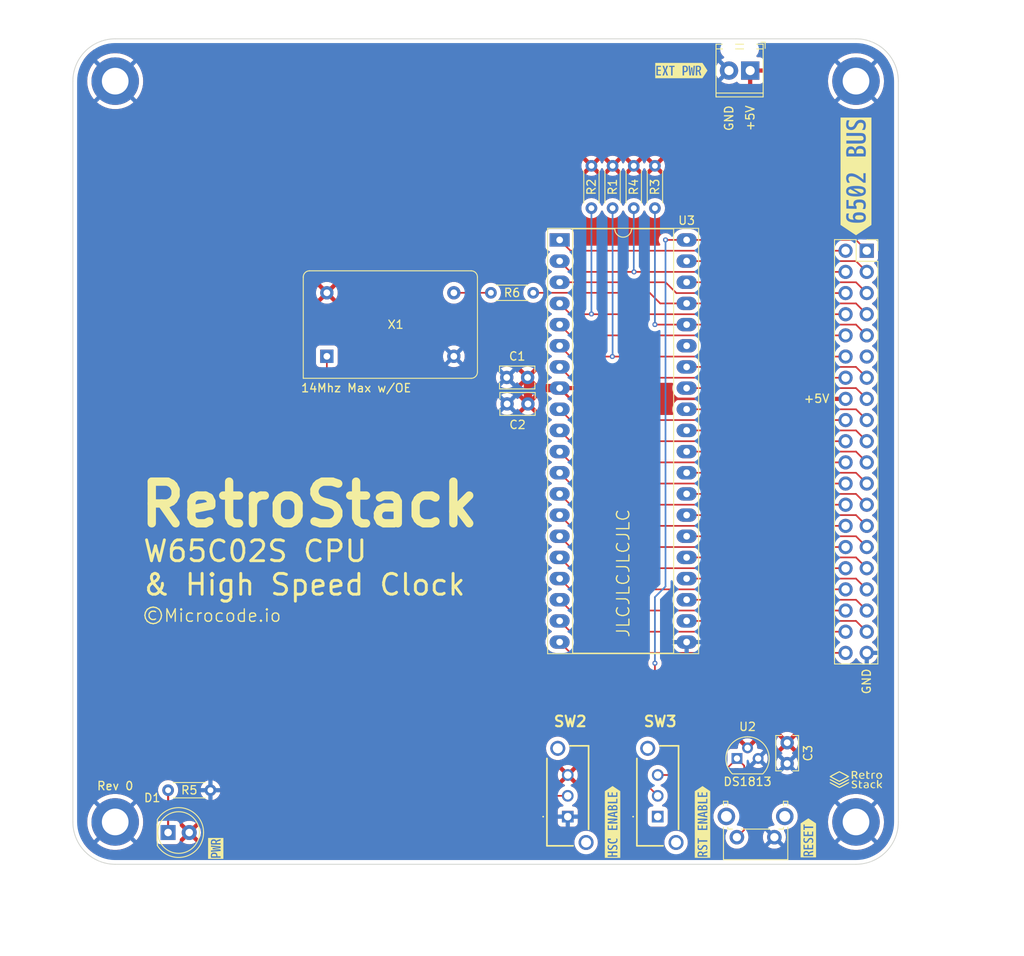
<source format=kicad_pcb>
(kicad_pcb (version 20211014) (generator pcbnew)
  (title_block (title "Retro Stack - PCB Template") (date "2023-04-01") (rev "0") (company "Microcode.io"))
  (layers (0 "F.Cu" signal) (31 "B.Cu" mixed) (34 "B.Paste" user) (35 "F.Paste" user) (36 "B.SilkS" user "B.Silkscreen") (37 "F.SilkS" user "F.Silkscreen") (38 "B.Mask" user) (39 "F.Mask" user) (44 "Edge.Cuts" user))
  (net 0 "")
  (net 1 "GND")
  (net 2 "/~{RES}")
  (net 3 "+5V")
  (net 4 "/PHI2O")
  (net 5 "/RDY")
  (net 6 "/~{SO}")
  (net 7 "/PHI1O")
  (net 8 "/PHI2")
  (net 9 "/~{IRQ}")
  (net 10 "/BE")
  (net 11 "/~{ML}")
  (net 12 "/NC")
  (net 13 "/~{NMI}")
  (net 14 "/R{slash}~{W}")
  (net 15 "/SYNC")
  (net 16 "/D0")
  (net 17 "Net-(D1-Pad1)")
  (net 18 "/D1")
  (net 19 "/A0")
  (net 20 "/D2")
  (net 21 "/A1")
  (net 22 "/D3")
  (net 23 "/A2")
  (net 24 "/D4")
  (net 25 "/A3")
  (net 26 "/D5")
  (net 27 "/A4")
  (net 28 "/D6")
  (net 29 "/A5")
  (net 30 "/D7")
  (net 31 "/A6")
  (net 32 "/A15")
  (net 33 "/A7")
  (net 34 "/A14")
  (net 35 "/A8")
  (net 36 "/A13")
  (net 37 "/A9")
  (net 38 "/A12")
  (net 39 "/A10")
  (net 40 "/A11")
  (net 41 "/~{VP}")
  (net 42 "/CXO_OUT")
  (net 43 "/~{RST}")
  (net 44 "/CXO_EN")
  (footprint "Package_TO_SOT_THT:TO-92" (layer "F.Cu") (at 181.295 124.46)
    (fp_text reference "U2" (at 1.27 -3.81) (layer "F.SilkS"))
    (fp_text value "DS1813" (at 1.27 2.79) (layer "F.SilkS"))
    (pad "1" thru_hole rect (at 0 0) (size 1.3 1.3) (drill 0.75) (layers *.Cu *.Mask) (net 43 "/~{RST}"))
    (pad "2" thru_hole circle (at 1.27 -1.27) (size 1.3 1.3) (drill 0.75) (layers *.Cu *.Mask) (net 3 "+5V"))
    (pad "3" thru_hole circle (at 2.54 0) (size 1.3 1.3) (drill 0.75) (layers *.Cu *.Mask) (net 1 "GND"))
  )
  (footprint "kibuzzard-642C36EF" (layer "F.Cu") (at 174.625 41.91)
    (fp_text reference "kibuzzard-642C36EF" hide)
    (fp_text value "G***" hide)
  )
  (footprint "kibuzzard-642C367F" (layer "F.Cu") (at 118.745 135.255 90)
    (fp_text reference "kibuzzard-642C367F" hide)
    (fp_text value "G***" hide)
  )
  (footprint "MountingHole:MountingHole_3.2mm_M3_ISO7380_Pad" (layer "F.Cu") (at 106.68 132.08)
    (fp_text reference "H4" hide)
    (fp_text value "M3" hide)
    (pad "1" thru_hole circle (at 0 0) (size 5.7 5.7) (drill 3.2) (layers *.Cu *.Mask) (net 1 "GND"))
  )
  (footprint "RetroStack:LC1258EENP1RLGR" (layer "F.Cu") (at 171.785 131.445 -90)
    (fp_text reference "SW3" (at -11.43 -0.295 180) (layer "F.SilkS") (effects (font (size 1.27 1.27) (thickness 0.254))))
    (fp_text value "SW_RST_SEL" hide)
    (pad "1" thru_hole rect (at 0 0 270) (size 1.4 1.4) (drill 0.9) (layers F&B.Cu *.Mask))
    (pad "2" thru_hole circle (at -2.5 0 270) (size 1.4 1.4) (drill 0.9) (layers F&B.Cu *.Mask) (net 2 "/~{RES}"))
    (pad "3" thru_hole circle (at -5 0 270) (size 1.4 1.4) (drill 0.9) (layers F&B.Cu *.Mask) (net 43 "/~{RST}"))
    (pad "MH1" thru_hole circle (at 3.1 -2.2 270) (size 1.8 1.8) (drill 1.2) (layers F&B.Cu *.Mask))
    (pad "MH2" thru_hole circle (at -8.2 1.2 270) (size 1.8 1.8) (drill 1.2) (layers F&B.Cu *.Mask))
  )
  (footprint "Package_DIP:DIP-40_W15.24mm_Socket_LongPads" (layer "F.Cu") (at 160.015 62.235)
    (fp_text reference "U3" (at 15.24 -2.33) (layer "F.SilkS"))
    (fp_text value "W65C02SxP")
    (pad "1" thru_hole rect (at 0 0) (size 2.4 1.6) (drill 0.8) (layers *.Cu *.Mask) (net 41 "/~{VP}"))
    (pad "2" thru_hole oval (at 0 2.54) (size 2.4 1.6) (drill 0.8) (layers *.Cu *.Mask) (net 5 "/RDY"))
    (pad "3" thru_hole oval (at 0 5.08) (size 2.4 1.6) (drill 0.8) (layers *.Cu *.Mask) (net 7 "/PHI1O"))
    (pad "4" thru_hole oval (at 0 7.62) (size 2.4 1.6) (drill 0.8) (layers *.Cu *.Mask) (net 9 "/~{IRQ}"))
    (pad "5" thru_hole oval (at 0 10.16) (size 2.4 1.6) (drill 0.8) (layers *.Cu *.Mask) (net 11 "/~{ML}"))
    (pad "6" thru_hole oval (at 0 12.7) (size 2.4 1.6) (drill 0.8) (layers *.Cu *.Mask) (net 13 "/~{NMI}"))
    (pad "7" thru_hole oval (at 0 15.24) (size 2.4 1.6) (drill 0.8) (layers *.Cu *.Mask) (net 15 "/SYNC"))
    (pad "8" thru_hole oval (at 0 17.78) (size 2.4 1.6) (drill 0.8) (layers *.Cu *.Mask) (net 3 "+5V"))
    (pad "9" thru_hole oval (at 0 20.32) (size 2.4 1.6) (drill 0.8) (layers *.Cu *.Mask) (net 19 "/A0"))
    (pad "10" thru_hole oval (at 0 22.86) (size 2.4 1.6) (drill 0.8) (layers *.Cu *.Mask) (net 21 "/A1"))
    (pad "11" thru_hole oval (at 0 25.4) (size 2.4 1.6) (drill 0.8) (layers *.Cu *.Mask) (net 23 "/A2"))
    (pad "12" thru_hole oval (at 0 27.94) (size 2.4 1.6) (drill 0.8) (layers *.Cu *.Mask) (net 25 "/A3"))
    (pad "13" thru_hole oval (at 0 30.48) (size 2.4 1.6) (drill 0.8) (layers *.Cu *.Mask) (net 27 "/A4"))
    (pad "14" thru_hole oval (at 0 33.02) (size 2.4 1.6) (drill 0.8) (layers *.Cu *.Mask) (net 29 "/A5"))
    (pad "15" thru_hole oval (at 0 35.56) (size 2.4 1.6) (drill 0.8) (layers *.Cu *.Mask) (net 31 "/A6"))
    (pad "16" thru_hole oval (at 0 38.1) (size 2.4 1.6) (drill 0.8) (layers *.Cu *.Mask) (net 33 "/A7"))
    (pad "17" thru_hole oval (at 0 40.64) (size 2.4 1.6) (drill 0.8) (layers *.Cu *.Mask) (net 35 "/A8"))
    (pad "18" thru_hole oval (at 0 43.18) (size 2.4 1.6) (drill 0.8) (layers *.Cu *.Mask) (net 37 "/A9"))
    (pad "19" thru_hole oval (at 0 45.72) (size 2.4 1.6) (drill 0.8) (layers *.Cu *.Mask) (net 39 "/A10"))
    (pad "20" thru_hole oval (at 0 48.26) (size 2.4 1.6) (drill 0.8) (layers *.Cu *.Mask) (net 40 "/A11"))
    (pad "21" thru_hole oval (at 15.24 48.26) (size 2.4 1.6) (drill 0.8) (layers *.Cu *.Mask) (net 1 "GND"))
    (pad "22" thru_hole oval (at 15.24 45.72) (size 2.4 1.6) (drill 0.8) (layers *.Cu *.Mask) (net 38 "/A12"))
    (pad "23" thru_hole oval (at 15.24 43.18) (size 2.4 1.6) (drill 0.8) (layers *.Cu *.Mask) (net 36 "/A13"))
    (pad "24" thru_hole oval (at 15.24 40.64) (size 2.4 1.6) (drill 0.8) (layers *.Cu *.Mask) (net 34 "/A14"))
    (pad "25" thru_hole oval (at 15.24 38.1) (size 2.4 1.6) (drill 0.8) (layers *.Cu *.Mask) (net 32 "/A15"))
    (pad "26" thru_hole oval (at 15.24 35.56) (size 2.4 1.6) (drill 0.8) (layers *.Cu *.Mask) (net 30 "/D7"))
    (pad "27" thru_hole oval (at 15.24 33.02) (size 2.4 1.6) (drill 0.8) (layers *.Cu *.Mask) (net 28 "/D6"))
    (pad "28" thru_hole oval (at 15.24 30.48) (size 2.4 1.6) (drill 0.8) (layers *.Cu *.Mask) (net 26 "/D5"))
    (pad "29" thru_hole oval (at 15.24 27.94) (size 2.4 1.6) (drill 0.8) (layers *.Cu *.Mask) (net 24 "/D4"))
    (pad "30" thru_hole oval (at 15.24 25.4) (size 2.4 1.6) (drill 0.8) (layers *.Cu *.Mask) (net 22 "/D3"))
    (pad "31" thru_hole oval (at 15.24 22.86) (size 2.4 1.6) (drill 0.8) (layers *.Cu *.Mask) (net 20 "/D2"))
    (pad "32" thru_hole oval (at 15.24 20.32) (size 2.4 1.6) (drill 0.8) (layers *.Cu *.Mask) (net 18 "/D1"))
    (pad "33" thru_hole oval (at 15.24 17.78) (size 2.4 1.6) (drill 0.8) (layers *.Cu *.Mask) (net 16 "/D0"))
    (pad "34" thru_hole oval (at 15.24 15.24) (size 2.4 1.6) (drill 0.8) (layers *.Cu *.Mask) (net 14 "/R{slash}~{W}"))
    (pad "35" thru_hole oval (at 15.24 12.7) (size 2.4 1.6) (drill 0.8) (layers *.Cu *.Mask))
    (pad "36" thru_hole oval (at 15.24 10.16) (size 2.4 1.6) (drill 0.8) (layers *.Cu *.Mask) (net 10 "/BE"))
    (pad "37" thru_hole oval (at 15.24 7.62) (size 2.4 1.6) (drill 0.8) (layers *.Cu *.Mask) (net 8 "/PHI2"))
    (pad "38" thru_hole oval (at 15.24 5.08) (size 2.4 1.6) (drill 0.8) (layers *.Cu *.Mask) (net 6 "/~{SO}"))
    (pad "39" thru_hole oval (at 15.24 2.54) (size 2.4 1.6) (drill 0.8) (layers *.Cu *.Mask) (net 4 "/PHI2O"))
    (pad "40" thru_hole oval (at 15.24 0) (size 2.4 1.6) (drill 0.8) (layers *.Cu *.Mask) (net 2 "/~{RES}"))
  )
  (footprint "MountingHole:MountingHole_3.2mm_M3_ISO7380_Pad" (layer "F.Cu") (at 106.68 43.18)
    (fp_text reference "H1" hide)
    (fp_text value "M3" hide)
    (pad "1" thru_hole circle (at 0 0) (size 5.7 5.7) (drill 3.2) (layers *.Cu *.Mask) (net 1 "GND"))
  )
  (footprint "RetroStack:RetroStackFullLogo13x10mm" (layer "F.Cu") (at 195.58 127)
    (fp_text reference "G***" hide)
    (fp_text value "LOGO" hide)
  )
  (footprint "Capacitor_THT:C_Rect_L4.0mm_W2.5mm_P2.50mm" (layer "F.Cu") (at 187.32 122.575 -90)
    (fp_text reference "C3" (at 1.25 -2.5 90) (layer "F.SilkS"))
    (fp_text value "0u1")
    (pad "1" thru_hole circle (at 0 0 270) (size 1.6 1.6) (drill 0.8) (layers *.Cu *.Mask) (net 3 "+5V"))
    (pad "2" thru_hole circle (at 2.5 0 270) (size 1.6 1.6) (drill 0.8) (layers *.Cu *.Mask) (net 1 "GND"))
  )
  (footprint "kibuzzard-642C33B0" (layer "F.Cu") (at 166.365 132.08 90)
    (fp_text reference "kibuzzard-642C33B0" hide)
    (fp_text value "G***" hide)
  )
  (footprint "Resistor_THT:R_Axial_DIN0204_L3.6mm_D1.6mm_P5.08mm_Horizontal" (layer "F.Cu") (at 171.45 53.34 -90)
    (fp_text reference "R3" (at 2.54 0 90) (layer "F.SilkS"))
    (fp_text value "3k3")
    (pad "1" thru_hole circle (at 0 0 270) (size 1.4 1.4) (drill 0.7) (layers *.Cu *.Mask) (net 3 "+5V"))
    (pad "2" thru_hole oval (at 5.08 0 270) (size 1.4 1.4) (drill 0.7) (layers *.Cu *.Mask) (net 10 "/BE"))
  )
  (footprint "TerminalBlock_Phoenix:TerminalBlock_Phoenix_MPT-0,5-2-2.54_1x02_P2.54mm_Horizontal" (layer "F.Cu") (at 182.88 41.91 180)
    (fp_text reference "J2" hide)
    (fp_text value "TRM_PWR")
    (pad "" np_thru_hole circle (at 0 2.54 180) (size 1.1 1.1) (drill 1.1) (layers *.Cu *.Mask))
    (pad "" np_thru_hole circle (at 2.54 2.54 180) (size 1.1 1.1) (drill 1.1) (layers *.Cu *.Mask))
    (pad "1" thru_hole rect (at 0 0 180) (size 2.2 2.2) (drill 1.1) (layers *.Cu *.Mask) (net 3 "+5V"))
    (pad "2" thru_hole circle (at 2.54 0 180) (size 2.2 2.2) (drill 1.1) (layers *.Cu *.Mask) (net 1 "GND"))
  )
  (footprint "Resistor_THT:R_Axial_DIN0204_L3.6mm_D1.6mm_P5.08mm_Horizontal" (layer "F.Cu") (at 163.83 53.34 -90)
    (fp_text reference "R2" (at 2.54 0 90) (layer "F.SilkS"))
    (fp_text value "3k3")
    (pad "1" thru_hole circle (at 0 0 270) (size 1.4 1.4) (drill 0.7) (layers *.Cu *.Mask) (net 3 "+5V"))
    (pad "2" thru_hole oval (at 5.08 0 270) (size 1.4 1.4) (drill 0.7) (layers *.Cu *.Mask) (net 9 "/~{IRQ}"))
  )
  (footprint "kibuzzard-642888DE" (layer "F.Cu") (at 195.58 54.61 90)
    (fp_text reference "kibuzzard-642888DE" hide)
    (fp_text value "G***" hide)
  )
  (footprint "Capacitor_THT:C_Rect_L4.0mm_W2.5mm_P2.50mm" (layer "F.Cu") (at 156.21 81.915 180)
    (fp_text reference "C2" (at 1.25 -2.5) (layer "F.SilkS"))
    (fp_text value "0u1")
    (pad "1" thru_hole circle (at 0 0 180) (size 1.6 1.6) (drill 0.8) (layers *.Cu *.Mask) (net 3 "+5V"))
    (pad "2" thru_hole circle (at 2.5 0 180) (size 1.6 1.6) (drill 0.8) (layers *.Cu *.Mask) (net 1 "GND"))
  )
  (footprint "MountingHole:MountingHole_3.2mm_M3_ISO7380_Pad" (layer "F.Cu") (at 195.58 43.18)
    (fp_text reference "H2" hide)
    (fp_text value "M3" hide)
    (pad "1" thru_hole circle (at 0 0) (size 5.7 5.7) (drill 3.2) (layers *.Cu *.Mask) (net 1 "GND"))
  )
  (footprint "kibuzzard-642C3375" (layer "F.Cu") (at 189.86 133.985 90)
    (fp_text reference "kibuzzard-642C3375" hide)
    (fp_text value "G***" hide)
  )
  (footprint "RetroStack:LC1258EENP1RLGR" (layer "F.Cu") (at 160.99 131.445 -90)
    (fp_text reference "SW2" (at -11.43 -0.295 180) (layer "F.SilkS") (effects (font (size 1.27 1.27) (thickness 0.254))))
    (fp_text value "SW_CLK_EN" hide)
    (pad "1" thru_hole rect (at 0 0 270) (size 1.4 1.4) (drill 0.9) (layers *.Cu *.Mask) (net 1 "GND"))
    (pad "2" thru_hole circle (at -2.5 0 270) (size 1.4 1.4) (drill 0.9) (layers *.Cu *.Mask) (net 44 "/CXO_EN"))
    (pad "3" thru_hole circle (at -5 0 270) (size 1.4 1.4) (drill 0.9) (layers *.Cu *.Mask) (net 3 "+5V"))
    (pad "MH1" thru_hole circle (at 3.1 -2.2 270) (size 1.8 1.8) (drill 1.2) (layers *.Cu *.Mask))
    (pad "MH2" thru_hole circle (at -8.2 1.2 270) (size 1.8 1.8) (drill 1.2) (layers *.Cu *.Mask))
  )
  (footprint "Connector_PinSocket_2.54mm:PinSocket_2x20_P2.54mm_Vertical" (layer "F.Cu") (at 196.87 63.53)
    (fp_text reference "J1" hide)
    (fp_text value "BUS_6502")
    (pad "1" thru_hole rect (at 0 0) (size 1.7 1.7) (drill 1) (layers *.Cu *.Mask) (net 2 "/~{RES}"))
    (pad "2" thru_hole oval (at -2.54 0) (size 1.7 1.7) (drill 1) (layers *.Cu *.Mask) (net 41 "/~{VP}"))
    (pad "3" thru_hole oval (at 0 2.54) (size 1.7 1.7) (drill 1) (layers *.Cu *.Mask) (net 4 "/PHI2O"))
    (pad "4" thru_hole oval (at -2.54 2.54) (size 1.7 1.7) (drill 1) (layers *.Cu *.Mask) (net 5 "/RDY"))
    (pad "5" thru_hole oval (at 0 5.08) (size 1.7 1.7) (drill 1) (layers *.Cu *.Mask) (net 6 "/~{SO}"))
    (pad "6" thru_hole oval (at -2.54 5.08) (size 1.7 1.7) (drill 1) (layers *.Cu *.Mask) (net 7 "/PHI1O"))
    (pad "7" thru_hole oval (at 0 7.62) (size 1.7 1.7) (drill 1) (layers *.Cu *.Mask) (net 8 "/PHI2"))
    (pad "8" thru_hole oval (at -2.54 7.62) (size 1.7 1.7) (drill 1) (layers *.Cu *.Mask) (net 9 "/~{IRQ}"))
    (pad "9" thru_hole oval (at 0 10.16) (size 1.7 1.7) (drill 1) (layers *.Cu *.Mask) (net 10 "/BE"))
    (pad "10" thru_hole oval (at -2.54 10.16) (size 1.7 1.7) (drill 1) (layers *.Cu *.Mask) (net 11 "/~{ML}"))
    (pad "11" thru_hole oval (at 0 12.7) (size 1.7 1.7) (drill 1) (layers *.Cu *.Mask) (net 12 "/NC"))
    (pad "12" thru_hole oval (at -2.54 12.7) (size 1.7 1.7) (drill 1) (layers *.Cu *.Mask) (net 13 "/~{NMI}"))
    (pad "13" thru_hole oval (at 0 15.24) (size 1.7 1.7) (drill 1) (layers *.Cu *.Mask) (net 14 "/R{slash}~{W}"))
    (pad "14" thru_hole oval (at -2.54 15.24) (size 1.7 1.7) (drill 1) (layers *.Cu *.Mask) (net 15 "/SYNC"))
    (pad "15" thru_hole oval (at 0 17.78) (size 1.7 1.7) (drill 1) (layers *.Cu *.Mask) (net 16 "/D0"))
    (pad "16" thru_hole oval (at -2.54 17.78) (size 1.7 1.7) (drill 1) (layers *.Cu *.Mask) (net 3 "+5V"))
    (pad "17" thru_hole oval (at 0 20.32) (size 1.7 1.7) (drill 1) (layers *.Cu *.Mask) (net 18 "/D1"))
    (pad "18" thru_hole oval (at -2.54 20.32) (size 1.7 1.7) (drill 1) (layers *.Cu *.Mask) (net 19 "/A0"))
    (pad "19" thru_hole oval (at 0 22.86) (size 1.7 1.7) (drill 1) (layers *.Cu *.Mask) (net 20 "/D2"))
    (pad "20" thru_hole oval (at -2.54 22.86) (size 1.7 1.7) (drill 1) (layers *.Cu *.Mask) (net 21 "/A1"))
    (pad "21" thru_hole oval (at 0 25.4) (size 1.7 1.7) (drill 1) (layers *.Cu *.Mask) (net 22 "/D3"))
    (pad "22" thru_hole oval (at -2.54 25.4) (size 1.7 1.7) (drill 1) (layers *.Cu *.Mask) (net 23 "/A2"))
    (pad "23" thru_hole oval (at 0 27.94) (size 1.7 1.7) (drill 1) (layers *.Cu *.Mask) (net 24 "/D4"))
    (pad "24" thru_hole oval (at -2.54 27.94) (size 1.7 1.7) (drill 1) (layers *.Cu *.Mask) (net 25 "/A3"))
    (pad "25" thru_hole oval (at 0 30.48) (size 1.7 1.7) (drill 1) (layers *.Cu *.Mask) (net 26 "/D5"))
    (pad "26" thru_hole oval (at -2.54 30.48) (size 1.7 1.7) (drill 1) (layers *.Cu *.Mask) (net 27 "/A4"))
    (pad "27" thru_hole oval (at 0 33.02) (size 1.7 1.7) (drill 1) (layers *.Cu *.Mask) (net 28 "/D6"))
    (pad "28" thru_hole oval (at -2.54 33.02) (size 1.7 1.7) (drill 1) (layers *.Cu *.Mask) (net 29 "/A5"))
    (pad "29" thru_hole oval (at 0 35.56) (size 1.7 1.7) (drill 1) (layers *.Cu *.Mask) (net 30 "/D7"))
    (pad "30" thru_hole oval (at -2.54 35.56) (size 1.7 1.7) (drill 1) (layers *.Cu *.Mask) (net 31 "/A6"))
    (pad "31" thru_hole oval (at 0 38.1) (size 1.7 1.7) (drill 1) (layers *.Cu *.Mask) (net 32 "/A15"))
    (pad "32" thru_hole oval (at -2.54 38.1) (size 1.7 1.7) (drill 1) (layers *.Cu *.Mask) (net 33 "/A7"))
    (pad "33" thru_hole oval (at 0 40.64) (size 1.7 1.7) (drill 1) (layers *.Cu *.Mask) (net 34 "/A14"))
    (pad "34" thru_hole oval (at -2.54 40.64) (size 1.7 1.7) (drill 1) (layers *.Cu *.Mask) (net 35 "/A8"))
    (pad "35" thru_hole oval (at 0 43.18) (size 1.7 1.7) (drill 1) (layers *.Cu *.Mask) (net 36 "/A13"))
    (pad "36" thru_hole oval (at -2.54 43.18) (size 1.7 1.7) (drill 1) (layers *.Cu *.Mask) (net 37 "/A9"))
    (pad "37" thru_hole oval (at 0 45.72) (size 1.7 1.7) (drill 1) (layers *.Cu *.Mask) (net 38 "/A12"))
    (pad "38" thru_hole oval (at -2.54 45.72) (size 1.7 1.7) (drill 1) (layers *.Cu *.Mask) (net 39 "/A10"))
    (pad "39" thru_hole oval (at 0 48.26) (size 1.7 1.7) (drill 1) (layers *.Cu *.Mask) (net 1 "GND"))
    (pad "40" thru_hole oval (at -2.54 48.26) (size 1.7 1.7) (drill 1) (layers *.Cu *.Mask) (net 40 "/A11"))
  )
  (footprint "Resistor_THT:R_Axial_DIN0204_L3.6mm_D1.6mm_P5.08mm_Horizontal" (layer "F.Cu") (at 166.37 53.34 -90)
    (fp_text reference "R1" (at 2.54 0 90) (layer "F.SilkS"))
    (fp_text value "3k3")
    (pad "1" thru_hole circle (at 0 0 270) (size 1.4 1.4) (drill 0.7) (layers *.Cu *.Mask) (net 3 "+5V"))
    (pad "2" thru_hole oval (at 5.08 0 270) (size 1.4 1.4) (drill 0.7) (layers *.Cu *.Mask) (net 13 "/~{NMI}"))
  )
  (footprint "Resistor_THT:R_Axial_DIN0204_L3.6mm_D1.6mm_P5.08mm_Horizontal" (layer "F.Cu") (at 168.91 53.34 -90)
    (fp_text reference "R4" (at 2.54 0 90) (layer "F.SilkS"))
    (fp_text value "3k3")
    (pad "1" thru_hole circle (at 0 0 270) (size 1.4 1.4) (drill 0.7) (layers *.Cu *.Mask) (net 3 "+5V"))
    (pad "2" thru_hole oval (at 5.08 0 270) (size 1.4 1.4) (drill 0.7) (layers *.Cu *.Mask) (net 5 "/RDY"))
  )
  (footprint "Resistor_THT:R_Axial_DIN0204_L3.6mm_D1.6mm_P5.08mm_Horizontal" (layer "F.Cu") (at 151.765 68.58)
    (fp_text reference "R6" (at 2.54 0) (layer "F.SilkS"))
    (fp_text value "33")
    (pad "1" thru_hole circle (at 0 0) (size 1.4 1.4) (drill 0.7) (layers *.Cu *.Mask) (net 42 "/CXO_OUT"))
    (pad "2" thru_hole oval (at 5.08 0) (size 1.4 1.4) (drill 0.7) (layers *.Cu *.Mask) (net 8 "/PHI2"))
  )
  (footprint "LED_THT:LED_D5.0mm" (layer "F.Cu") (at 113.025 133.35)
    (fp_text reference "D1" (at -1.9 -4.16) (layer "F.SilkS"))
    (fp_text value "LED_PWR")
    (pad "1" thru_hole rect (at 0 0) (size 1.8 1.8) (drill 0.9) (layers *.Cu *.Mask) (net 17 "Net-(D1-Pad1)"))
    (pad "2" thru_hole circle (at 2.54 0) (size 1.8 1.8) (drill 0.9) (layers *.Cu *.Mask) (net 3 "+5V"))
  )
  (footprint "kibuzzard-642C3403" (layer "F.Cu") (at 177.16 132.08 90)
    (fp_text reference "kibuzzard-642C3403" hide)
    (fp_text value "G***" hide)
  )
  (footprint "MountingHole:MountingHole_3.2mm_M3_ISO7380_Pad" (layer "F.Cu") (at 195.58 132.08)
    (fp_text reference "H3" hide)
    (fp_text value "M3" hide)
    (pad "1" thru_hole circle (at 0 0) (size 5.7 5.7) (drill 3.2) (layers *.Cu *.Mask) (net 1 "GND"))
  )
  (footprint "Button_Switch_THT:SW_Tactile_SPST_Angled_PTS645Vx58-2LFS" (layer "F.Cu") (at 185.785 133.9075 180)
    (fp_text reference "SW1" hide)
    (fp_text value "SW_RESET")
    (pad "" thru_hole circle (at 5.76 2.49 180) (size 2.1 2.1) (drill 1.3) (layers *.Cu *.Mask))
    (pad "" thru_hole circle (at -1.25 2.49 180) (size 2.1 2.1) (drill 1.3) (layers *.Cu *.Mask))
    (pad "1" thru_hole circle (at 0 0 180) (size 1.75 1.75) (drill 0.99) (layers *.Cu *.Mask) (net 1 "GND"))
    (pad "2" thru_hole circle (at 4.5 0 180) (size 1.75 1.75) (drill 0.99) (layers *.Cu *.Mask) (net 43 "/~{RST}"))
  )
  (footprint "Resistor_THT:R_Axial_DIN0204_L3.6mm_D1.6mm_P5.08mm_Horizontal" (layer "F.Cu") (at 113.03 128.27)
    (fp_text reference "R5" (at 2.54 0) (layer "F.SilkS"))
    (fp_text value "1k")
    (pad "1" thru_hole circle (at 0 0) (size 1.4 1.4) (drill 0.7) (layers *.Cu *.Mask) (net 17 "Net-(D1-Pad1)"))
    (pad "2" thru_hole oval (at 5.08 0) (size 1.4 1.4) (drill 0.7) (layers *.Cu *.Mask) (net 1 "GND"))
  )
  (footprint "Capacitor_THT:C_Rect_L4.0mm_W2.5mm_P2.50mm" (layer "F.Cu") (at 156.17 78.74 180)
    (fp_text reference "C1" (at 1.25 2.54) (layer "F.SilkS"))
    (fp_text value "1u")
    (pad "1" thru_hole circle (at 0 0 180) (size 1.6 1.6) (drill 0.8) (layers *.Cu *.Mask) (net 3 "+5V"))
    (pad "2" thru_hole circle (at 2.5 0 180) (size 1.6 1.6) (drill 0.8) (layers *.Cu *.Mask) (net 1 "GND"))
  )
  (footprint "Oscillator:Oscillator_DIP-14" (layer "F.Cu") (at 132.08 76.2)
    (fp_text reference "X1" (at 8.255 -3.81) (layer "F.SilkS"))
    (fp_text value "1Mhz")
    (pad "1" thru_hole rect (at 0 0) (size 1.6 1.6) (drill 0.8) (layers *.Cu *.Mask) (net 44 "/CXO_EN"))
    (pad "7" thru_hole circle (at 15.24 0) (size 1.6 1.6) (drill 0.8) (layers *.Cu *.Mask) (net 1 "GND"))
    (pad "8" thru_hole circle (at 15.24 -7.62) (size 1.6 1.6) (drill 0.8) (layers *.Cu *.Mask) (net 42 "/CXO_OUT"))
    (pad "14" thru_hole circle (at 0 -7.62) (size 1.6 1.6) (drill 0.8) (layers *.Cu *.Mask) (net 3 "+5V"))
  )
  (gr_arc (start 101.6 43.18) (mid 103.087898 39.587898) (end 106.68 38.1) (layer "Edge.Cuts") (width 0.1))
  (gr_line (start 195.58 38.1) (end 106.68 38.1) (layer "Edge.Cuts") (width 0.1))
  (gr_arc (start 106.68 137.16) (mid 103.087898 135.672102) (end 101.6 132.08) (layer "Edge.Cuts") (width 0.1))
  (gr_line (start 106.68 137.16) (end 195.58 137.16) (layer "Edge.Cuts") (width 0.1))
  (gr_arc (start 200.66 132.08) (mid 199.172102 135.672102) (end 195.58 137.16) (layer "Edge.Cuts") (width 0.1))
  (gr_line (start 101.6 43.18) (end 101.6 132.08) (layer "Edge.Cuts") (width 0.1))
  (gr_arc (start 195.58 38.1) (mid 199.172102 39.587898) (end 200.66 43.18) (layer "Edge.Cuts") (width 0.1))
  (gr_line (start 200.66 132.08) (end 200.66 43.18) (layer "Edge.Cuts") (width 0.1))
  (gr_text "GND" (at 180.34 47.625 90) (layer "F.SilkS") (effects (font (size 1 1) (thickness 0.153))))
  (gr_text "GND" (at 196.85 116.84 90) (layer "F.SilkS") (effects (font (size 1 1) (thickness 0.153)) (justify left)))
  (gr_text "Rev 0" (at 106.68 127.762) (layer "F.SilkS") (effects (font (size 1 1) (thickness 0.153))))
  (gr_text "JLCJLCJLCJLC" (at 167.64 102.235 90) (layer "F.SilkS") (effects (font (size 1.5 1.5) (thickness 0.153))))
  (gr_text "W65C02S CPU\n& High Speed Clock" (at 109.855 101.6) (layer "F.SilkS") (effects (font (size 2.5 2.5) (thickness 0.35)) (justify left)))
  (gr_text "RetroStack" (at 109.22 93.98) (layer "F.SilkS") (effects (font (size 5 5) (thickness 1)) (justify left)))
  (gr_text "14Mhz Max w/OE" (at 128.905 80.01) (layer "F.SilkS") (effects (font (size 1 1) (thickness 0.153)) (justify left)))
  (gr_text "+5V" (at 182.88 47.625 90) (layer "F.SilkS") (effects (font (size 1 1) (thickness 0.153))))
  (gr_text "©Microcode.io" (at 109.855 107.315) (layer "F.SilkS") (effects (font (size 1.5 1.5) (thickness 0.153)) (justify left)))
  (gr_text "+5V" (at 189.23 81.28) (layer "F.SilkS") (effects (font (size 1 1) (thickness 0.153)) (justify left)))
  (segment (start 196.87 63.53) (end 195.575 62.235) (width 0.2) (layer "F.Cu") (net 2))
  (segment (start 195.575 62.235) (end 175.255 62.235) (width 0.2) (layer "F.Cu") (net 2))
  (segment (start 172.725 62.235) (end 175.255 62.235) (width 0.2) (layer "F.Cu") (net 2))
  (segment (start 171.45 114.3) (end 168.91 116.84) (width 0.2) (layer "F.Cu") (net 2))
  (segment (start 168.91 126.07) (end 171.785 128.945) (width 0.2) (layer "F.Cu") (net 2))
  (segment (start 171.45 113.03) (end 171.45 114.3) (width 0.2) (layer "F.Cu") (net 2))
  (segment (start 172.72 62.23) (end 172.725 62.235) (width 0.2) (layer "F.Cu") (net 2))
  (segment (start 168.91 116.84) (end 168.91 126.07) (width 0.2) (layer "F.Cu") (net 2))
  (via (at 172.72 62.23) (size 0.6) (drill 0.3) (layers "F.Cu" "B.Cu") (net 2))
  (via (at 171.45 113.03) (size 0.6) (drill 0.3) (layers "F.Cu" "B.Cu") (net 2))
  (segment (start 171.45 105.0925) (end 172.72 103.8225) (width 0.2) (layer "B.Cu") (net 2))
  (segment (start 171.45 113.03) (end 171.45 105.0925) (width 0.2) (layer "B.Cu") (net 2))
  (segment (start 172.72 103.8225) (end 172.72 62.23) (width 0.2) (layer "B.Cu") (net 2))
  (segment (start 156.21 78.78) (end 156.17 78.74) (width 1) (layer "F.Cu") (net 3))
  (segment (start 161.31 81.31) (end 160.015 80.015) (width 0.3) (layer "F.Cu") (net 3))
  (segment (start 194.33 81.31) (end 161.31 81.31) (width 0.3) (layer "F.Cu") (net 3))
  (segment (start 160.015 80.015) (end 156.84 80.015) (width 1) (layer "F.Cu") (net 3))
  (segment (start 156.21 81.915) (end 156.21 80.645) (width 1) (layer "F.Cu") (net 3))
  (segment (start 156.21 80.645) (end 156.21 78.78) (width 1) (layer "F.Cu") (net 3))
  (segment (start 156.84 80.015) (end 156.21 80.645) (width 1) (layer "F.Cu") (net 3))
  (segment (start 195.575 64.775) (end 175.255 64.775) (width 0.2) (layer "F.Cu") (net 4))
  (segment (start 196.87 66.07) (end 195.575 64.775) (width 0.2) (layer "F.Cu") (net 4))
  (segment (start 194.33 66.07) (end 168.94 66.07) (width 0.2) (layer "F.Cu") (net 5))
  (segment (start 168.94 66.07) (end 161.31 66.07) (width 0.2) (layer "F.Cu") (net 5))
  (segment (start 161.31 66.07) (end 160.015 64.775) (width 0.2) (layer "F.Cu") (net 5))
  (via (at 168.94 66.07) (size 0.6) (drill 0.3) (layers "F.Cu" "B.Cu") (net 5))
  (segment (start 168.91 66.04) (end 168.94 66.07) (width 0.2) (layer "B.Cu") (net 5))
  (segment (start 168.91 58.42) (end 168.91 66.04) (width 0.2) (layer "B.Cu") (net 5))
  (segment (start 196.87 68.61) (end 195.575 67.315) (width 0.2) (layer "F.Cu") (net 6))
  (segment (start 195.575 67.315) (end 175.255 67.315) (width 0.2) (layer "F.Cu") (net 6))
  (segment (start 174.02 68.61) (end 172.72 67.31) (width 0.2) (layer "F.Cu") (net 7))
  (segment (start 194.33 68.61) (end 174.02 68.61) (width 0.2) (layer "F.Cu") (net 7))
  (segment (start 172.72 67.31) (end 172.715 67.315) (width 0.2) (layer "F.Cu") (net 7))
  (segment (start 172.715 67.315) (end 160.015 67.315) (width 0.2) (layer "F.Cu") (net 7))
  (segment (start 170.815 68.58) (end 172.09 69.855) (width 0.2) (layer "F.Cu") (net 8))
  (segment (start 156.845 68.58) (end 170.815 68.58) (width 0.2) (layer "F.Cu") (net 8))
  (segment (start 196.87 71.15) (end 195.575 69.855) (width 0.2) (layer "F.Cu") (net 8))
  (segment (start 195.575 69.855) (end 175.255 69.855) (width 0.2) (layer "F.Cu") (net 8))
  (segment (start 172.09 69.855) (end 175.255 69.855) (width 0.2) (layer "F.Cu") (net 8))
  (segment (start 194.33 71.15) (end 161.31 71.15) (width 0.2) (layer "F.Cu") (net 9))
  (segment (start 161.31 71.15) (end 160.015 69.855) (width 0.2) (layer "F.Cu") (net 9))
  (via (at 163.83 71.12) (size 0.6) (drill 0.3) (layers "F.Cu" "B.Cu") (net 9))
  (segment (start 163.83 58.42) (end 163.83 71.12) (width 0.2) (layer "B.Cu") (net 9))
  (segment (start 195.575 72.395) (end 175.255 72.395) (width 0.2) (layer "F.Cu") (net 10))
  (segment (start 171.455 72.395) (end 175.255 72.395) (width 0.2) (layer "F.Cu") (net 10))
  (segment (start 196.87 73.69) (end 195.575 72.395) (width 0.2) (layer "F.Cu") (net 10))
  (segment (start 171.45 72.39) (end 171.455 72.395) (width 0.2) (layer "F.Cu") (net 10))
  (via (at 171.45 72.39) (size 0.6) (drill 0.3) (layers "F.Cu" "B.Cu") (net 10))
  (segment (start 171.45 58.42) (end 171.45 72.39) (width 0.2) (layer "B.Cu") (net 10))
  (segment (start 161.31 73.69) (end 160.015 72.395) (width 0.2) (layer "F.Cu") (net 11))
  (segment (start 194.33 73.69) (end 161.31 73.69) (width 0.2) (layer "F.Cu") (net 11))
  (segment (start 194.33 76.23) (end 166.34 76.23) (width 0.2) (layer "F.Cu") (net 13))
  (segment (start 161.31 76.23) (end 160.015 74.935) (width 0.2) (layer "F.Cu") (net 13))
  (segment (start 166.34 76.23) (end 161.31 76.23) (width 0.2) (layer "F.Cu") (net 13))
  (via (at 166.34 76.23) (size 0.6) (drill 0.3) (layers "F.Cu" "B.Cu") (net 13))
  (segment (start 166.37 76.2) (end 166.34 76.23) (width 0.2) (layer "B.Cu") (net 13))
  (segment (start 166.37 58.42) (end 166.37 76.2) (width 0.2) (layer "B.Cu") (net 13))
  (segment (start 196.87 78.77) (end 195.575 77.475) (width 0.2) (layer "F.Cu") (net 14))
  (segment (start 195.575 77.475) (end 175.255 77.475) (width 0.2) (layer "F.Cu") (net 14))
  (segment (start 161.31 78.77) (end 160.015 77.475) (width 0.2) (layer "F.Cu") (net 15))
  (segment (start 194.33 78.77) (end 161.31 78.77) (width 0.2) (layer "F.Cu") (net 15))
  (segment (start 195.575 80.015) (end 175.255 80.015) (width 0.2) (layer "F.Cu") (net 16))
  (segment (start 196.87 81.31) (end 195.575 80.015) (width 0.2) (layer "F.Cu") (net 16))
  (segment (start 113.03 128.27) (end 113.03 133.345) (width 0.25) (layer "F.Cu") (net 17))
  (segment (start 113.03 133.345) (end 113.025 133.35) (width 0.25) (layer "F.Cu") (net 17))
  (segment (start 196.87 83.85) (end 195.58 82.56) (width 0.2) (layer "F.Cu") (net 18))
  (segment (start 195.58 82.56) (end 175.26 82.56) (width 0.2) (layer "F.Cu") (net 18))
  (segment (start 175.26 82.56) (end 175.255 82.555) (width 0.2) (layer "F.Cu") (net 18))
  (segment (start 194.33 83.85) (end 161.31 83.85) (width 0.2) (layer "F.Cu") (net 19))
  (segment (start 161.31 83.85) (end 160.015 82.555) (width 0.2) (layer "F.Cu") (net 19))
  (segment (start 195.575 85.095) (end 175.255 85.095) (width 0.2) (layer "F.Cu") (net 20))
  (segment (start 196.87 86.39) (end 195.575 85.095) (width 0.2) (layer "F.Cu") (net 20))
  (segment (start 194.33 86.39) (end 161.31 86.39) (width 0.2) (layer "F.Cu") (net 21))
  (segment (start 161.31 86.39) (end 160.015 85.095) (width 0.2) (layer "F.Cu") (net 21))
  (segment (start 195.575 87.635) (end 175.255 87.635) (width 0.2) (layer "F.Cu") (net 22))
  (segment (start 196.87 88.93) (end 195.575 87.635) (width 0.2) (layer "F.Cu") (net 22))
  (segment (start 161.31 88.93) (end 160.015 87.635) (width 0.2) (layer "F.Cu") (net 23))
  (segment (start 194.33 88.93) (end 161.31 88.93) (width 0.2) (layer "F.Cu") (net 23))
  (segment (start 195.575 90.175) (end 175.255 90.175) (width 0.2) (layer "F.Cu") (net 24))
  (segment (start 196.87 91.47) (end 195.575 90.175) (width 0.2) (layer "F.Cu") (net 24))
  (segment (start 161.31 91.47) (end 160.015 90.175) (width 0.2) (layer "F.Cu") (net 25))
  (segment (start 194.33 91.47) (end 161.31 91.47) (width 0.2) (layer "F.Cu") (net 25))
  (segment (start 196.87 94.01) (end 195.575 92.715) (width 0.2) (layer "F.Cu") (net 26))
  (segment (start 195.575 92.715) (end 175.255 92.715) (width 0.2) (layer "F.Cu") (net 26))
  (segment (start 161.31 94.01) (end 160.015 92.715) (width 0.2) (layer "F.Cu") (net 27))
  (segment (start 194.33 94.01) (end 161.31 94.01) (width 0.2) (layer "F.Cu") (net 27))
  (segment (start 196.87 96.55) (end 195.575 95.255) (width 0.2) (layer "F.Cu") (net 28))
  (segment (start 195.575 95.255) (end 175.255 95.255) (width 0.2) (layer "F.Cu") (net 28))
  (segment (start 161.31 96.55) (end 160.015 95.255) (width 0.2) (layer "F.Cu") (net 29))
  (segment (start 194.33 96.55) (end 161.31 96.55) (width 0.2) (layer "F.Cu") (net 29))
  (segment (start 195.575 97.795) (end 175.255 97.795) (width 0.2) (layer "F.Cu") (net 30))
  (segment (start 196.87 99.09) (end 195.575 97.795) (width 0.2) (layer "F.Cu") (net 30))
  (segment (start 161.31 99.09) (end 160.015 97.795) (width 0.2) (layer "F.Cu") (net 31))
  (segment (start 194.33 99.09) (end 161.31 99.09) (width 0.2) (layer "F.Cu") (net 31))
  (segment (start 196.87 101.63) (end 195.575 100.335) (width 0.2) (layer "F.Cu") (net 32))
  (segment (start 195.575 100.335) (end 175.255 100.335) (width 0.2) (layer "F.Cu") (net 32))
  (segment (start 194.33 101.63) (end 161.31 101.63) (width 0.2) (layer "F.Cu") (net 33))
  (segment (start 161.31 101.63) (end 160.015 100.335) (width 0.2) (layer "F.Cu") (net 33))
  (segment (start 195.575 102.875) (end 175.255 102.875) (width 0.2) (layer "F.Cu") (net 34))
  (segment (start 196.87 104.17) (end 195.575 102.875) (width 0.2) (layer "F.Cu") (net 34))
  (segment (start 161.31 104.17) (end 160.015 102.875) (width 0.2) (layer "F.Cu") (net 35))
  (segment (start 194.33 104.17) (end 161.31 104.17) (width 0.2) (layer "F.Cu") (net 35))
  (segment (start 195.575 105.415) (end 175.255 105.415) (width 0.2) (layer "F.Cu") (net 36))
  (segment (start 196.87 106.71) (end 195.575 105.415) (width 0.2) (layer "F.Cu") (net 36))
  (segment (start 194.33 106.71) (end 161.31 106.71) (width 0.2) (layer "F.Cu") (net 37))
  (segment (start 161.31 106.71) (end 160.015 105.415) (width 0.2) (layer "F.Cu") (net 37))
  (segment (start 196.87 109.25) (end 195.575 107.955) (width 0.2) (layer "F.Cu") (net 38))
  (segment (start 195.575 107.955) (end 175.255 107.955) (width 0.2) (layer "F.Cu") (net 38))
  (segment (start 194.33 109.25) (end 161.31 109.25) (width 0.2) (layer "F.Cu") (net 39))
  (segment (start 161.31 109.25) (end 160.015 107.955) (width 0.2) (layer "F.Cu") (net 39))
  (segment (start 161.31 111.79) (end 160.015 110.495) (width 0.2) (layer "F.Cu") (net 40))
  (segment (start 194.33 111.79) (end 161.31 111.79) (width 0.2) (layer "F.Cu") (net 40))
  (segment (start 161.31 63.53) (end 160.015 62.235) (width 0.2) (layer "F.Cu") (net 41))
  (segment (start 194.33 63.53) (end 161.31 63.53) (width 0.2) (layer "F.Cu") (net 41))
  (segment (start 147.32 68.58) (end 151.765 68.58) (width 0.2) (layer "F.Cu") (net 42))
  (segment (start 171.785 126.445) (end 179.31 126.445) (width 0.2) (layer "F.Cu") (net 43))
  (segment (start 181.285 133.9075) (end 182.159999 133.032501) (width 0.2) (layer "F.Cu") (net 43))
  (segment (start 179.31 126.445) (end 181.295 124.46) (width 0.2) (layer "F.Cu") (net 43))
  (segment (start 182.159999 133.032501) (end 182.159999 125.324999) (width 0.2) (layer "F.Cu") (net 43))
  (segment (start 182.159999 125.324999) (end 181.295 124.46) (width 0.2) (layer "F.Cu") (net 43))
  (segment (start 132.08 104.14) (end 132.08 76.2) (width 0.2) (layer "F.Cu") (net 44))
  (segment (start 156.885 128.945) (end 132.08 104.14) (width 0.2) (layer "F.Cu") (net 44))
  (segment (start 160.99 128.945) (end 156.885 128.945) (width 0.2) (layer "F.Cu") (net 44))
  (zone (net 3) (net_name "+5V") (layer "F.Cu") (name "5V") (connect_pads (clearance 0.508)) (min_thickness 0.254) (fill yes (thermal_gap 0.508) (thermal_bridge_width 0.508) (smoothing fillet) (radius 0.25))
    (polygon (pts (xy 199.39 135.89) (xy 102.87 135.89) (xy 102.87 39.37) (xy 199.39 39.37)))
  )
  (zone (net 1) (net_name "GND") (layer "B.Cu") (name "GND") (connect_pads (clearance 0.508)) (min_thickness 0.254) (fill yes (thermal_gap 0.508) (thermal_bridge_width 0.508) (smoothing fillet) (radius 0.25))
    (polygon (pts (xy 200.66 137.16) (xy 101.6 137.16) (xy 101.6 38.1) (xy 200.66 38.1)))
  )
)
</source>
